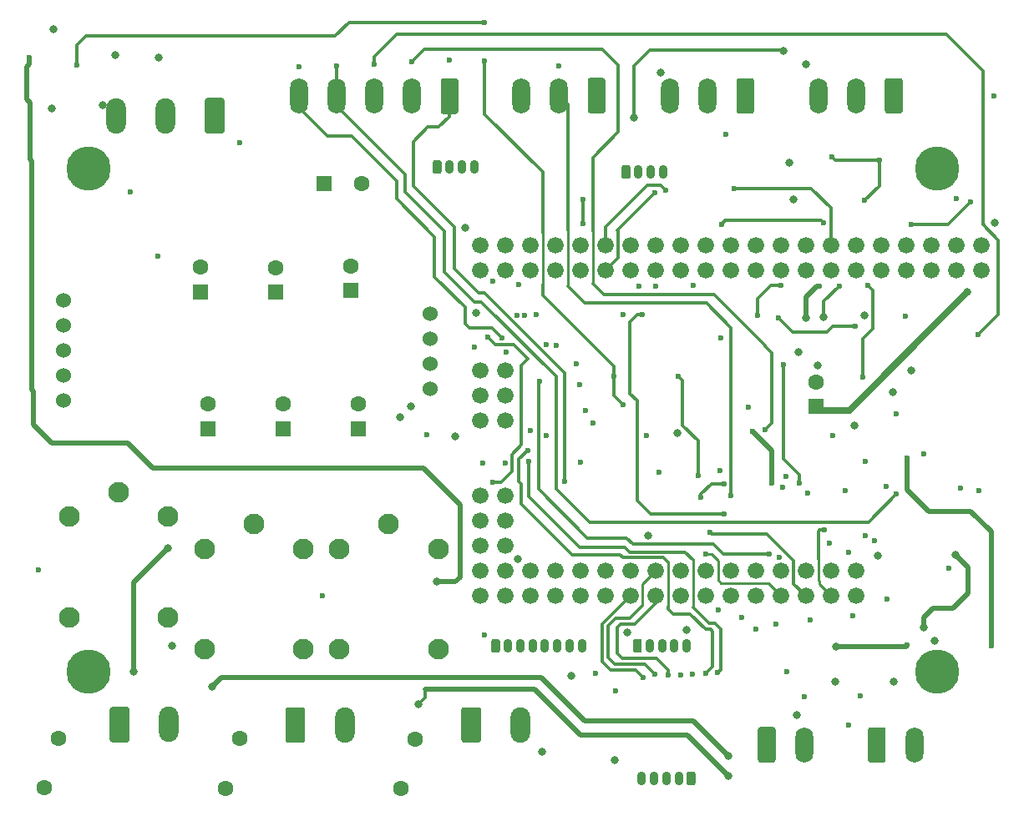
<source format=gbr>
%TF.GenerationSoftware,KiCad,Pcbnew,(5.1.9)-1*%
%TF.CreationDate,2021-04-23T08:11:54+03:00*%
%TF.ProjectId,Car_bs_controller_nex_mega,4361725f-6273-45f6-936f-6e74726f6c6c,rev?*%
%TF.SameCoordinates,Original*%
%TF.FileFunction,Copper,L2,Inr*%
%TF.FilePolarity,Positive*%
%FSLAX46Y46*%
G04 Gerber Fmt 4.6, Leading zero omitted, Abs format (unit mm)*
G04 Created by KiCad (PCBNEW (5.1.9)-1) date 2021-04-23 08:11:54*
%MOMM*%
%LPD*%
G01*
G04 APERTURE LIST*
%TA.AperFunction,ComponentPad*%
%ADD10C,1.600000*%
%TD*%
%TA.AperFunction,ComponentPad*%
%ADD11R,1.600000X1.600000*%
%TD*%
%TA.AperFunction,ComponentPad*%
%ADD12C,2.100000*%
%TD*%
%TA.AperFunction,ComponentPad*%
%ADD13C,1.524000*%
%TD*%
%TA.AperFunction,ComponentPad*%
%ADD14O,0.900000X1.400000*%
%TD*%
%TA.AperFunction,ComponentPad*%
%ADD15C,1.676400*%
%TD*%
%TA.AperFunction,ComponentPad*%
%ADD16O,2.000000X3.600000*%
%TD*%
%TA.AperFunction,ComponentPad*%
%ADD17O,1.800000X3.600000*%
%TD*%
%TA.AperFunction,ViaPad*%
%ADD18C,0.600000*%
%TD*%
%TA.AperFunction,ViaPad*%
%ADD19C,4.500000*%
%TD*%
%TA.AperFunction,ViaPad*%
%ADD20C,0.800000*%
%TD*%
%TA.AperFunction,Conductor*%
%ADD21C,0.500000*%
%TD*%
%TA.AperFunction,Conductor*%
%ADD22C,0.350000*%
%TD*%
%TA.AperFunction,Conductor*%
%ADD23C,0.250000*%
%TD*%
%TA.AperFunction,Conductor*%
%ADD24C,0.700000*%
%TD*%
G04 APERTURE END LIST*
D10*
%TO.N,GND*%
%TO.C,C20*%
X138404600Y-81584800D03*
D11*
%TO.N,+5v_FROM_MCU*%
X138404600Y-84084800D03*
%TD*%
D10*
%TO.N,GND*%
%TO.C,C13*%
X75946000Y-69953500D03*
D11*
%TO.N,7.2V_stab*%
X75946000Y-72453500D03*
%TD*%
D10*
%TO.N,GND*%
%TO.C,C11*%
X91186000Y-69839200D03*
D11*
%TO.N,7.2V_stab*%
X91186000Y-72339200D03*
%TD*%
D10*
%TO.N,GND*%
%TO.C,C12*%
X83616800Y-69991600D03*
D11*
%TO.N,7.2V_stab*%
X83616800Y-72491600D03*
%TD*%
D10*
%TO.N,GND*%
%TO.C,C9*%
X76708000Y-83860000D03*
D11*
%TO.N,5V_sensors_stab*%
X76708000Y-86360000D03*
%TD*%
D10*
%TO.N,GND*%
%TO.C,C8*%
X84328000Y-83860000D03*
D11*
%TO.N,5V_sensors_stab*%
X84328000Y-86360000D03*
%TD*%
D10*
%TO.N,GND*%
%TO.C,C7*%
X91948000Y-83860000D03*
D11*
%TO.N,5V_sensors_stab*%
X91948000Y-86360000D03*
%TD*%
D12*
%TO.N,PUMP_RELAY_COM*%
%TO.C,REL3*%
X67691000Y-92773500D03*
%TO.N,+12V*%
X72691000Y-95273500D03*
%TO.N,Net-(R46-Pad1)*%
X62691000Y-95273500D03*
%TO.N,N/C*%
X72691000Y-105473500D03*
%TO.N,PUMP_RELAY_NO*%
X62691000Y-105473500D03*
%TD*%
%TO.N,CONVERTER_RELAY_COM*%
%TO.C,REL2*%
X95076000Y-96052000D03*
%TO.N,+12V*%
X100076000Y-98552000D03*
%TO.N,Net-(R48-Pad1)*%
X90076000Y-98552000D03*
%TO.N,N/C*%
X100076000Y-108752000D03*
%TO.N,CONVERTER_RELAY_NO*%
X90076000Y-108752000D03*
%TD*%
%TO.N,LIGHT_RELAY_COM*%
%TO.C,REL1*%
X81423500Y-96012000D03*
%TO.N,+12V*%
X86423500Y-98512000D03*
%TO.N,Net-(R47-Pad1)*%
X76423500Y-98512000D03*
%TO.N,N/C*%
X86423500Y-108712000D03*
%TO.N,LIGHT_RELAY_NO*%
X76423500Y-108712000D03*
%TD*%
D13*
%TO.N,GND*%
%TO.C,D8*%
X62133600Y-73324900D03*
%TO.N,Net-(C2-Pad1)*%
X62133600Y-75864900D03*
X62133600Y-78404900D03*
%TO.N,Net-(C4-Pad1)*%
X62133600Y-80944900D03*
%TO.N,Net-(C5-Pad1)*%
X62133600Y-83484900D03*
%TO.N,7.2V_stab*%
X99268400Y-74671100D03*
%TO.N,GND*%
X99268400Y-77211100D03*
X99268400Y-79751100D03*
%TO.N,5V_sensors_stab*%
X99268400Y-82291100D03*
%TD*%
D14*
%TO.N,GND*%
%TO.C,J12*%
X122876000Y-60299600D03*
%TO.N,MCU_I2C_SCL*%
X121626000Y-60299600D03*
%TO.N,MCU_I2C_SDA*%
X120376000Y-60299600D03*
%TO.N,Net-(F4-Pad1)*%
%TA.AperFunction,ComponentPad*%
G36*
G01*
X118676000Y-60774600D02*
X118676000Y-59824600D01*
G75*
G02*
X118901000Y-59599600I225000J0D01*
G01*
X119351000Y-59599600D01*
G75*
G02*
X119576000Y-59824600I0J-225000D01*
G01*
X119576000Y-60774600D01*
G75*
G02*
X119351000Y-60999600I-225000J0D01*
G01*
X118901000Y-60999600D01*
G75*
G02*
X118676000Y-60774600I0J225000D01*
G01*
G37*
%TD.AperFunction*%
%TD*%
%TO.N,Socket_spare_out_+12v*%
%TO.C,J8*%
X120710000Y-121839000D03*
%TO.N,Socket_spare_out_4*%
X121960000Y-121839000D03*
%TO.N,Socket_spare_out_3*%
X123210000Y-121839000D03*
%TO.N,Socket_spare_out_2*%
X124460000Y-121839000D03*
%TO.N,Socket_spare_out_1*%
%TA.AperFunction,ComponentPad*%
G36*
G01*
X126160000Y-121364000D02*
X126160000Y-122314000D01*
G75*
G02*
X125935000Y-122539000I-225000J0D01*
G01*
X125485000Y-122539000D01*
G75*
G02*
X125260000Y-122314000I0J225000D01*
G01*
X125260000Y-121364000D01*
G75*
G02*
X125485000Y-121139000I225000J0D01*
G01*
X125935000Y-121139000D01*
G75*
G02*
X126160000Y-121364000I0J-225000D01*
G01*
G37*
%TD.AperFunction*%
%TD*%
D15*
%TO.N,N/C*%
%TO.C,U1*%
X155126000Y-70292000D03*
%TO.N,7.2V_stab*%
X155126000Y-67752000D03*
%TO.N,GND*%
X152586000Y-70292000D03*
X152586000Y-67752000D03*
%TO.N,+5v_FROM_MCU*%
X150046000Y-67752000D03*
%TO.N,N/C*%
X150046000Y-70292000D03*
%TO.N,+3v3_from_MCU*%
X147506000Y-70292000D03*
X147506000Y-67752000D03*
%TO.N,MCU_rst*%
X144966000Y-67752000D03*
%TO.N,MCU_Uref_2.5v*%
X144966000Y-70292000D03*
%TO.N,N/C*%
X142426000Y-70292000D03*
X142426000Y-67752000D03*
%TO.N,MCU_pjon_bus_PIN*%
X139886000Y-67752000D03*
%TO.N,MCU_water_flow_sensor*%
X137346000Y-67752000D03*
%TO.N,MCU_5V_sensors_enable*%
X134806000Y-67752000D03*
%TO.N,MCU_main_supply_enable*%
X132266000Y-67752000D03*
%TO.N,N/C*%
X129726000Y-67752000D03*
%TO.N,MCU_system_status_LED*%
X127186000Y-67752000D03*
%TO.N,N/C*%
X124646000Y-67752000D03*
%TO.N,MCU_UART2_RX*%
X122106000Y-67752000D03*
%TO.N,MCU_UART1_RX*%
X119566000Y-67752000D03*
%TO.N,MCU_I2C_SCL*%
X117026000Y-67752000D03*
%TO.N,MCU_buzzer_out*%
X139886000Y-70292000D03*
%TO.N,MCU_one_wire_PIN*%
X137346000Y-70292000D03*
%TO.N,MCU_rs485_de*%
X134806000Y-70292000D03*
%TO.N,MCU_wdt_reset_to_ADM705*%
X132266000Y-70292000D03*
%TO.N,MCU_button_on_board*%
X129726000Y-70292000D03*
%TO.N,N/C*%
X127186000Y-70292000D03*
X124646000Y-70292000D03*
%TO.N,MCU_UART2_TX*%
X122106000Y-70292000D03*
%TO.N,MCU_UART1_TX*%
X119566000Y-70292000D03*
%TO.N,MCU_I2C_SDA*%
X117026000Y-70292000D03*
%TO.N,MCU_light_out*%
X114486000Y-67752000D03*
%TO.N,N/C*%
X111946000Y-67752000D03*
X109406000Y-67752000D03*
X106866000Y-67752000D03*
%TO.N,MCU_spare_out_1*%
X104326000Y-67752000D03*
%TO.N,N/C*%
X104326000Y-70292000D03*
X106866000Y-70292000D03*
X109406000Y-70292000D03*
%TO.N,MCU_converter_out*%
X111946000Y-70292000D03*
%TO.N,MCU_water_pump_out*%
X114486000Y-70292000D03*
%TO.N,MCU_proximity_input*%
X142426000Y-100772000D03*
%TO.N,MCU_door_switch_input*%
X142426000Y-103312000D03*
%TO.N,MCU_ignition_switch_input*%
X139886000Y-103312000D03*
%TO.N,MCU_low_washer_water_level_input*%
X139886000Y-100772000D03*
%TO.N,MCU_sensors_voltage_test_input*%
X137346000Y-100772000D03*
%TO.N,MCU_supply_voltage_input*%
X137346000Y-103312000D03*
%TO.N,MCU_resistive_sensor_0_190*%
X134806000Y-103312000D03*
%TO.N,N/C*%
X134806000Y-100772000D03*
X132266000Y-103312000D03*
X132266000Y-100772000D03*
X129726000Y-103312000D03*
X129726000Y-100772000D03*
X127186000Y-103312000D03*
X127186000Y-100772000D03*
X124646000Y-103312000D03*
X124646000Y-100772000D03*
%TO.N,MCU_spare_out_2*%
X122106000Y-103312000D03*
%TO.N,MCU_spare_out_3*%
X122106000Y-100772000D03*
%TO.N,MCU_spare_out_4*%
X119566000Y-103312000D03*
%TO.N,MCU_encoder_SW*%
X119566000Y-100772000D03*
%TO.N,MCU_encoder_DT*%
X117026000Y-103312000D03*
%TO.N,MCU_encoder_CLK*%
X117026000Y-100772000D03*
%TO.N,N/C*%
X114486000Y-103312000D03*
X114486000Y-100772000D03*
X111946000Y-103312000D03*
%TO.N,MCU_power_OK_from_ADM705*%
X111946000Y-100772000D03*
%TO.N,MCU_spare_input_1*%
X109406000Y-103312000D03*
%TO.N,LCD_RST*%
X109406000Y-100772000D03*
%TO.N,LCD_BLA*%
X106866000Y-103312000D03*
%TO.N,N/C*%
X106866000Y-100772000D03*
X104326000Y-103312000D03*
X104326000Y-100772000D03*
X104326000Y-98232000D03*
X106866000Y-98232000D03*
%TO.N,LCD_RW_MCU_MOSI*%
X106866000Y-95692000D03*
%TO.N,N/C*%
X104326000Y-95692000D03*
%TO.N,LCD_E_MCU_SCLK*%
X104326000Y-93152000D03*
%TO.N,LCD_DI_MCU_CS*%
X106866000Y-93152000D03*
%TO.N,N/C*%
X106866000Y-80452000D03*
%TO.N,GND*%
X104326000Y-80452000D03*
%TO.N,N/C*%
X106866000Y-82992000D03*
X106866000Y-85532000D03*
X104326000Y-85532000D03*
X104326000Y-82992000D03*
%TD*%
D10*
%TO.N,PUMP_RELAY_NO*%
%TO.C,RV4*%
X61634500Y-117745500D03*
%TO.N,PUMP_RELAY_COM*%
X60134500Y-122745500D03*
%TD*%
%TO.N,CONVERTER_RELAY_NO*%
%TO.C,RV3*%
X97766000Y-117872500D03*
%TO.N,CONVERTER_RELAY_COM*%
X96266000Y-122872500D03*
%TD*%
%TO.N,LIGHT_RELAY_NO*%
%TO.C,RV2*%
X79986000Y-117809000D03*
%TO.N,LIGHT_RELAY_COM*%
X78486000Y-122809000D03*
%TD*%
D16*
%TO.N,CONVERTER_RELAY_COM*%
%TO.C,J15*%
X108439000Y-116398000D03*
%TO.N,CONVERTER_RELAY_NO*%
%TA.AperFunction,ComponentPad*%
G36*
G01*
X102439000Y-117948000D02*
X102439000Y-114848000D01*
G75*
G02*
X102689000Y-114598000I250000J0D01*
G01*
X104189000Y-114598000D01*
G75*
G02*
X104439000Y-114848000I0J-250000D01*
G01*
X104439000Y-117948000D01*
G75*
G02*
X104189000Y-118198000I-250000J0D01*
G01*
X102689000Y-118198000D01*
G75*
G02*
X102439000Y-117948000I0J250000D01*
G01*
G37*
%TD.AperFunction*%
%TD*%
%TO.N,LIGHT_RELAY_COM*%
%TO.C,J14*%
X90598000Y-116408000D03*
%TO.N,LIGHT_RELAY_NO*%
%TA.AperFunction,ComponentPad*%
G36*
G01*
X84598000Y-117958000D02*
X84598000Y-114858000D01*
G75*
G02*
X84848000Y-114608000I250000J0D01*
G01*
X86348000Y-114608000D01*
G75*
G02*
X86598000Y-114858000I0J-250000D01*
G01*
X86598000Y-117958000D01*
G75*
G02*
X86348000Y-118208000I-250000J0D01*
G01*
X84848000Y-118208000D01*
G75*
G02*
X84598000Y-117958000I0J250000D01*
G01*
G37*
%TD.AperFunction*%
%TD*%
%TO.N,PUMP_RELAY_COM*%
%TO.C,J13*%
X72787500Y-116373000D03*
%TO.N,PUMP_RELAY_NO*%
%TA.AperFunction,ComponentPad*%
G36*
G01*
X66787500Y-117923000D02*
X66787500Y-114823000D01*
G75*
G02*
X67037500Y-114573000I250000J0D01*
G01*
X68537500Y-114573000D01*
G75*
G02*
X68787500Y-114823000I0J-250000D01*
G01*
X68787500Y-117923000D01*
G75*
G02*
X68537500Y-118173000I-250000J0D01*
G01*
X67037500Y-118173000D01*
G75*
G02*
X66787500Y-117923000I0J250000D01*
G01*
G37*
%TD.AperFunction*%
%TD*%
D17*
%TO.N,GND*%
%TO.C,J7*%
X138643000Y-52572900D03*
%TO.N,ONE_WARE_INPUT*%
X142453000Y-52572900D03*
%TO.N,Net-(D43-Pad2)*%
%TA.AperFunction,ComponentPad*%
G36*
G01*
X147163000Y-51022900D02*
X147163000Y-54122900D01*
G75*
G02*
X146913000Y-54372900I-250000J0D01*
G01*
X145613000Y-54372900D01*
G75*
G02*
X145363000Y-54122900I0J250000D01*
G01*
X145363000Y-51022900D01*
G75*
G02*
X145613000Y-50772900I250000J0D01*
G01*
X146913000Y-50772900D01*
G75*
G02*
X147163000Y-51022900I0J-250000D01*
G01*
G37*
%TD.AperFunction*%
%TD*%
%TO.N,GND*%
%TO.C,J6*%
X137201000Y-118415000D03*
%TO.N,RESISTIVE_SENSOR_0_190*%
%TA.AperFunction,ComponentPad*%
G36*
G01*
X132491000Y-119965000D02*
X132491000Y-116865000D01*
G75*
G02*
X132741000Y-116615000I250000J0D01*
G01*
X134041000Y-116615000D01*
G75*
G02*
X134291000Y-116865000I0J-250000D01*
G01*
X134291000Y-119965000D01*
G75*
G02*
X134041000Y-120215000I-250000J0D01*
G01*
X132741000Y-120215000D01*
G75*
G02*
X132491000Y-119965000I0J250000D01*
G01*
G37*
%TD.AperFunction*%
%TD*%
%TO.N,RS485_B*%
%TO.C,J5*%
X148361000Y-118440000D03*
%TO.N,RS485_A*%
%TA.AperFunction,ComponentPad*%
G36*
G01*
X143651000Y-119990000D02*
X143651000Y-116890000D01*
G75*
G02*
X143901000Y-116640000I250000J0D01*
G01*
X145201000Y-116640000D01*
G75*
G02*
X145451000Y-116890000I0J-250000D01*
G01*
X145451000Y-119990000D01*
G75*
G02*
X145201000Y-120240000I-250000J0D01*
G01*
X143901000Y-120240000D01*
G75*
G02*
X143651000Y-119990000I0J250000D01*
G01*
G37*
%TD.AperFunction*%
%TD*%
%TO.N,GND*%
%TO.C,J4*%
X123591000Y-52572900D03*
%TO.N,PJON_BUS*%
X127401000Y-52572900D03*
%TO.N,Net-(D41-Pad2)*%
%TA.AperFunction,ComponentPad*%
G36*
G01*
X132111000Y-51022900D02*
X132111000Y-54122900D01*
G75*
G02*
X131861000Y-54372900I-250000J0D01*
G01*
X130561000Y-54372900D01*
G75*
G02*
X130311000Y-54122900I0J250000D01*
G01*
X130311000Y-51022900D01*
G75*
G02*
X130561000Y-50772900I250000J0D01*
G01*
X131861000Y-50772900D01*
G75*
G02*
X132111000Y-51022900I0J-250000D01*
G01*
G37*
%TD.AperFunction*%
%TD*%
%TO.N,GND*%
%TO.C,J3*%
X108514000Y-52547500D03*
%TO.N,PROXIMITY_SENSOR_INPUT*%
X112324000Y-52547500D03*
%TO.N,Net-(D42-Pad2)*%
%TA.AperFunction,ComponentPad*%
G36*
G01*
X117034000Y-50997500D02*
X117034000Y-54097500D01*
G75*
G02*
X116784000Y-54347500I-250000J0D01*
G01*
X115484000Y-54347500D01*
G75*
G02*
X115234000Y-54097500I0J250000D01*
G01*
X115234000Y-50997500D01*
G75*
G02*
X115484000Y-50747500I250000J0D01*
G01*
X116784000Y-50747500D01*
G75*
G02*
X117034000Y-50997500I0J-250000D01*
G01*
G37*
%TD.AperFunction*%
%TD*%
%TO.N,SPARE_INPUT_1*%
%TO.C,J2*%
X85996000Y-52603400D03*
%TO.N,WATER_FLOW_SENSOR_INPUT*%
X89806000Y-52603400D03*
%TO.N,LOW_WASHER_WATER_LEVEL_INPUT*%
X93616000Y-52603400D03*
%TO.N,IGNITION_SWITCH_INPUT*%
X97426000Y-52603400D03*
%TO.N,DOOR_SWITCH_INPUT*%
%TA.AperFunction,ComponentPad*%
G36*
G01*
X102136000Y-51053400D02*
X102136000Y-54153400D01*
G75*
G02*
X101886000Y-54403400I-250000J0D01*
G01*
X100586000Y-54403400D01*
G75*
G02*
X100336000Y-54153400I0J250000D01*
G01*
X100336000Y-51053400D01*
G75*
G02*
X100586000Y-50803400I250000J0D01*
G01*
X101886000Y-50803400D01*
G75*
G02*
X102136000Y-51053400I0J-250000D01*
G01*
G37*
%TD.AperFunction*%
%TD*%
D16*
%TO.N,GND*%
%TO.C,J1*%
X67429400Y-54584600D03*
%TO.N,Power_supply_12V*%
X72429400Y-54584600D03*
%TO.N,Power_enable(ACC\u002CBUTTON)*%
%TA.AperFunction,ComponentPad*%
G36*
G01*
X78429400Y-53034600D02*
X78429400Y-56134600D01*
G75*
G02*
X78179400Y-56384600I-250000J0D01*
G01*
X76679400Y-56384600D01*
G75*
G02*
X76429400Y-56134600I0J250000D01*
G01*
X76429400Y-53034600D01*
G75*
G02*
X76679400Y-52784600I250000J0D01*
G01*
X78179400Y-52784600D01*
G75*
G02*
X78429400Y-53034600I0J-250000D01*
G01*
G37*
%TD.AperFunction*%
%TD*%
D10*
%TO.N,GND*%
%TO.C,C2*%
X92319000Y-61468000D03*
D11*
%TO.N,Net-(C2-Pad1)*%
X88519000Y-61468000D03*
%TD*%
D14*
%TO.N,Net-(J9-Pad8)*%
%TO.C,J9*%
X114658000Y-108392000D03*
%TO.N,LCD_RST*%
X113408000Y-108392000D03*
%TO.N,LCD_E_MCU_SCLK*%
X112158000Y-108392000D03*
%TO.N,LCD_RW_MCU_MOSI*%
X110908000Y-108392000D03*
%TO.N,LCD_DI_MCU_CS*%
X109658000Y-108392000D03*
%TO.N,Net-(J9-Pad3)*%
X108408000Y-108392000D03*
%TO.N,Net-(F3-Pad1)*%
X107158000Y-108392000D03*
%TO.N,GND*%
%TA.AperFunction,ComponentPad*%
G36*
G01*
X105458000Y-108867000D02*
X105458000Y-107917000D01*
G75*
G02*
X105683000Y-107692000I225000J0D01*
G01*
X106133000Y-107692000D01*
G75*
G02*
X106358000Y-107917000I0J-225000D01*
G01*
X106358000Y-108867000D01*
G75*
G02*
X106133000Y-109092000I-225000J0D01*
G01*
X105683000Y-109092000D01*
G75*
G02*
X105458000Y-108867000I0J225000D01*
G01*
G37*
%TD.AperFunction*%
%TD*%
%TO.N,MCU_encoder_CLK*%
%TO.C,J10*%
X125274000Y-108372000D03*
%TO.N,MCU_encoder_DT*%
X124024000Y-108372000D03*
%TO.N,MCU_encoder_SW*%
X122774000Y-108372000D03*
%TO.N,Net-(F3-Pad1)*%
X121524000Y-108372000D03*
%TO.N,GND*%
%TA.AperFunction,ComponentPad*%
G36*
G01*
X119824000Y-108847000D02*
X119824000Y-107897000D01*
G75*
G02*
X120049000Y-107672000I225000J0D01*
G01*
X120499000Y-107672000D01*
G75*
G02*
X120724000Y-107897000I0J-225000D01*
G01*
X120724000Y-108847000D01*
G75*
G02*
X120499000Y-109072000I-225000J0D01*
G01*
X120049000Y-109072000D01*
G75*
G02*
X119824000Y-108847000I0J225000D01*
G01*
G37*
%TD.AperFunction*%
%TD*%
%TO.N,GND*%
%TO.C,J11*%
X103733600Y-59791600D03*
%TO.N,MCU_UART1_TX*%
X102483600Y-59791600D03*
%TO.N,MCU_UART1_RX*%
X101233600Y-59791600D03*
%TO.N,Net-(J11-Pad1)*%
%TA.AperFunction,ComponentPad*%
G36*
G01*
X99533600Y-60266600D02*
X99533600Y-59316600D01*
G75*
G02*
X99758600Y-59091600I225000J0D01*
G01*
X100208600Y-59091600D01*
G75*
G02*
X100433600Y-59316600I0J-225000D01*
G01*
X100433600Y-60266600D01*
G75*
G02*
X100208600Y-60491600I-225000J0D01*
G01*
X99758600Y-60491600D01*
G75*
G02*
X99533600Y-60266600I0J225000D01*
G01*
G37*
%TD.AperFunction*%
%TD*%
D18*
%TO.N,GND*%
X131526280Y-84132420D03*
D19*
X150678000Y-59974500D03*
X64678600Y-59954200D03*
D20*
X71755000Y-48641000D03*
X143256000Y-74853800D03*
X124327920Y-86799420D03*
X67322700Y-48468280D03*
D18*
X114066320Y-79781400D03*
X114424460Y-81864200D03*
X111011700Y-87039720D03*
X115763080Y-85786000D03*
X114504460Y-89785200D03*
X128678940Y-90561160D03*
D20*
X138522710Y-79891890D03*
D18*
X144331690Y-97740470D03*
X139704960Y-97962600D03*
X145569940Y-103624380D03*
X151858640Y-100471900D03*
X149299930Y-88924130D03*
D20*
X122664220Y-50241200D03*
X137398760Y-49347120D03*
X121351040Y-97180400D03*
X140299040Y-111989000D03*
D19*
X150693000Y-111008000D03*
X64668400Y-110998000D03*
D20*
X150370540Y-107858560D03*
X136602200Y-78535800D03*
D18*
X152586000Y-62960940D03*
D20*
X113593880Y-111457740D03*
D18*
X104796650Y-107280650D03*
D20*
X119235220Y-107038140D03*
X136436100Y-115379500D03*
X148051520Y-80439260D03*
X66057780Y-53474620D03*
D18*
X156428440Y-52537360D03*
X145492470Y-92175330D03*
X135336280Y-91180920D03*
X128767840Y-77149960D03*
X137577830Y-92863670D03*
%TO.N,5V_sensors_stab*%
X135001000Y-92298520D03*
X98894900Y-86969600D03*
D20*
%TO.N,7.2V_stab*%
X103886000Y-74625200D03*
%TO.N,MCU_water_flow_sensor*%
X144640300Y-99255580D03*
D18*
X138711940Y-71856600D03*
D20*
X137388600Y-75117960D03*
D18*
%TO.N,MCU_spare_input_1*%
X142370810Y-75919330D03*
X134594600Y-75090020D03*
D20*
X108138500Y-99536980D03*
D18*
X104561640Y-89796620D03*
X103748840Y-78051660D03*
X111020860Y-77817980D03*
%TO.N,MCU_ignition_switch_input*%
X143362680Y-89700100D03*
X140098780Y-87020400D03*
X139202160Y-96644460D03*
%TO.N,MCU_door_switch_input*%
X134637780Y-99362260D03*
X129080260Y-91914980D03*
X126715520Y-93342460D03*
%TO.N,MCU_proximity_input*%
X141361160Y-92593160D03*
%TO.N,MCU_low_washer_water_level_input*%
X154866340Y-92641420D03*
D20*
%TO.N,+5v_FROM_MCU*%
X156507180Y-65450720D03*
D18*
X131926330Y-86592410D03*
X122447320Y-90752660D03*
X115011200Y-84493100D03*
X133918960Y-91884500D03*
D20*
X142240000Y-86057740D03*
D18*
X153004600Y-92412740D03*
D20*
X136136380Y-63063120D03*
X135639810Y-59386470D03*
X119918480Y-54772560D03*
X135112760Y-47993300D03*
D18*
X147619720Y-108315760D03*
X147447000Y-74963020D03*
X137817860Y-105760520D03*
X135417560Y-111018320D03*
D20*
X153700480Y-72506840D03*
X149301200Y-106530140D03*
X146289160Y-111989000D03*
X140431520Y-108422440D03*
X152532080Y-99123500D03*
%TO.N,MCU_5V_sensors_enable*%
X96240600Y-85140800D03*
%TO.N,MCU_main_supply_enable*%
X97332800Y-84074000D03*
D18*
%TO.N,Net-(D31-Pad2)*%
X129235200Y-56489600D03*
%TO.N,MCU_supply_voltage_input*%
X127662940Y-96878140D03*
X126405640Y-91074240D03*
X124399040Y-81020920D03*
%TO.N,MCU_resistive_sensor_0_190*%
X127175260Y-99072700D03*
%TO.N,MCU_sensors_voltage_test_input*%
X135082280Y-79822040D03*
X136674860Y-91854020D03*
D20*
%TO.N,Power_supply_12V*%
X61087000Y-45783500D03*
%TO.N,Net-(F3-Pad1)*%
X102849680Y-65928240D03*
X101846380Y-87162640D03*
D18*
X118076980Y-112925860D03*
X116060220Y-111201200D03*
%TO.N,SPARE_INPUT_1*%
X85996000Y-49601900D03*
X106532680Y-77134720D03*
%TO.N,WATER_FLOW_SENSOR_INPUT*%
X89806000Y-49491120D03*
X146491960Y-93004640D03*
%TO.N,LOW_WASHER_WATER_LEVEL_INPUT*%
X93616000Y-49323480D03*
X154835860Y-76761340D03*
%TO.N,IGNITION_SWITCH_INPUT*%
X97426000Y-49087260D03*
X133228080Y-86438740D03*
%TO.N,DOOR_SWITCH_INPUT*%
X112936020Y-91691460D03*
X101236000Y-48945020D03*
%TO.N,PROXIMITY_SENSOR_INPUT*%
X112324000Y-49545360D03*
X129788920Y-93146880D03*
D20*
%TO.N,MCU_encoder_CLK*%
X125265180Y-106756200D03*
D18*
%TO.N,MCU_UART1_TX*%
X114752120Y-63096140D03*
X114752120Y-65542160D03*
%TO.N,MCU_pjon_bus_PIN*%
X130055620Y-61976000D03*
%TO.N,MCU_one_wire_PIN*%
X140022580Y-58762900D03*
X144820640Y-59057540D03*
X143332200Y-63185040D03*
D20*
%TO.N,MCU_wdt_reset_to_ADM705*%
X146156680Y-82605880D03*
D18*
%TO.N,MCU_power_OK_from_ADM705*%
X143421100Y-97218500D03*
X146519900Y-84861400D03*
%TO.N,MCU_system_status_LED*%
X125933200Y-71795640D03*
X59598560Y-100700840D03*
X109400340Y-86570820D03*
X112064800Y-77917040D03*
%TO.N,MCU_rs485_de*%
X134806000Y-71792520D03*
X141673580Y-98884740D03*
X132450840Y-74825860D03*
%TO.N,MCU_UART2_RX*%
X120422670Y-71845170D03*
X118849140Y-74754740D03*
X109994700Y-74754740D03*
X110329980Y-81554320D03*
X133619240Y-99060000D03*
X134332980Y-106138980D03*
X137167620Y-113545620D03*
%TO.N,MCU_UART2_TX*%
X122106000Y-71874960D03*
X120794780Y-74747120D03*
X129070100Y-94980760D03*
X128457960Y-104772460D03*
X142090140Y-105349040D03*
X132323840Y-106690160D03*
D20*
%TO.N,MCU_buzzer_out*%
X139166600Y-74985880D03*
D18*
X140718540Y-71843900D03*
%TO.N,MCU_button_on_board*%
X128790700Y-65598040D03*
X139110720Y-65488820D03*
X148038820Y-65628520D03*
X154017980Y-63334900D03*
%TO.N,MCU_spare_out_4*%
X120837960Y-111592360D03*
%TO.N,MCU_spare_out_3*%
X122077480Y-111252000D03*
%TO.N,MCU_spare_out_2*%
X123380500Y-111295180D03*
%TO.N,MCU_water_pump_out*%
X108849160Y-74858880D03*
X109260640Y-89646760D03*
X128435100Y-111081820D03*
%TO.N,MCU_converter_out*%
X108229400Y-71686420D03*
X106974640Y-78587600D03*
X106850180Y-89870280D03*
X125834140Y-111226600D03*
%TO.N,MCU_spare_out_1*%
X105597960Y-71394320D03*
X105143300Y-77086460D03*
X105585260Y-91752420D03*
X124640340Y-111318040D03*
%TO.N,MCU_light_out*%
X108041440Y-74843640D03*
X109169200Y-88524080D03*
X127233680Y-111147860D03*
%TO.N,MCU_rst*%
X143144240Y-81114900D03*
X143634460Y-71782940D03*
D20*
%TO.N,+12V*%
X60904100Y-53840400D03*
X72691000Y-98494840D03*
X69227700Y-110990380D03*
X117985040Y-119982480D03*
X110586520Y-119115840D03*
D18*
%TO.N,MCU_I2C_SCL*%
X123172220Y-62115700D03*
%TO.N,MCU_I2C_SDA*%
X122021600Y-62384940D03*
%TO.N,Net-(D3-Pad1)*%
X71691500Y-68834000D03*
X68834000Y-62293500D03*
X79946500Y-57340500D03*
%TO.N,Net-(C23-Pad1)*%
X156128720Y-108404660D03*
X147647660Y-89334340D03*
D20*
X99959160Y-101894640D03*
D18*
X58618120Y-48694340D03*
%TO.N,Net-(C30-Pad1)*%
X63468250Y-49444910D03*
X104810560Y-45092620D03*
X104810560Y-49016920D03*
X117889020Y-81018380D03*
X118821200Y-83873340D03*
%TO.N,Net-(C32-Pad1)*%
X130848100Y-105496360D03*
X121221500Y-87020400D03*
%TO.N,Net-(R39-Pad1)*%
X141671040Y-116405660D03*
%TO.N,Net-(R42-Pad2)*%
X142906750Y-113432590D03*
D20*
%TO.N,Net-(R46-Pad1)*%
X129522220Y-119567960D03*
X77139800Y-112524540D03*
X73070720Y-108348780D03*
%TO.N,Net-(R47-Pad1)*%
X129484120Y-121539000D03*
X98087180Y-114320320D03*
D18*
X88338660Y-103322120D03*
%TD*%
D21*
%TO.N,MCU_water_flow_sensor*%
X137388600Y-75117960D02*
X137388600Y-72974200D01*
X138506200Y-71856600D02*
X138711940Y-71856600D01*
X137388600Y-72974200D02*
X138506200Y-71856600D01*
D22*
%TO.N,MCU_spare_input_1*%
X142370810Y-75919330D02*
X140102590Y-75919330D01*
X140102590Y-75919330D02*
X139504420Y-76517500D01*
X139504420Y-76517500D02*
X136022080Y-76517500D01*
X136022080Y-76517500D02*
X134594600Y-75090020D01*
X134594600Y-75090020D02*
X134594600Y-75090020D01*
D23*
%TO.N,MCU_ignition_switch_input*%
X138722799Y-102148799D02*
X138722799Y-101834379D01*
X139886000Y-103312000D02*
X138722799Y-102148799D01*
X138722799Y-101834379D02*
X138607800Y-101719380D01*
X138607800Y-101719380D02*
X138607800Y-99540060D01*
D22*
X138607800Y-99540060D02*
X138607800Y-96779080D01*
X138607800Y-96779080D02*
X138742420Y-96644460D01*
X138742420Y-96644460D02*
X139202160Y-96644460D01*
X139202160Y-96644460D02*
X139202160Y-96644460D01*
%TO.N,MCU_door_switch_input*%
X129080260Y-91914980D02*
X127777240Y-91914980D01*
X127777240Y-91914980D02*
X126720600Y-92971620D01*
X126720600Y-93337380D02*
X126715520Y-93342460D01*
X126720600Y-92971620D02*
X126720600Y-93337380D01*
D21*
%TO.N,+5v_FROM_MCU*%
X131926330Y-86592410D02*
X133918960Y-88585040D01*
X133918960Y-88585040D02*
X133918960Y-91884500D01*
X133918960Y-91884500D02*
X133918960Y-91884500D01*
D22*
X119918480Y-54772560D02*
X119918480Y-49517300D01*
X119918480Y-49517300D02*
X121554240Y-47881540D01*
X121554240Y-47881540D02*
X135001000Y-47881540D01*
X135001000Y-47881540D02*
X135112760Y-47993300D01*
X135112760Y-47993300D02*
X135133080Y-48013620D01*
D24*
X138795120Y-84475320D02*
X138404600Y-84084800D01*
X141732000Y-84475320D02*
X138795120Y-84475320D01*
X153700480Y-72506840D02*
X151884380Y-74322940D01*
X151884380Y-74322940D02*
X141732000Y-84475320D01*
D21*
X147513040Y-108422440D02*
X147619720Y-108315760D01*
X140431520Y-108422440D02*
X147513040Y-108422440D01*
X152532080Y-99123500D02*
X153797000Y-100388420D01*
X153797000Y-100388420D02*
X153797000Y-103019860D01*
X153797000Y-103019860D02*
X152265380Y-104551480D01*
X152265380Y-104551480D02*
X150210520Y-104551480D01*
X149301200Y-105460800D02*
X149301200Y-106530140D01*
X150210520Y-104551480D02*
X149301200Y-105460800D01*
D22*
%TO.N,MCU_supply_voltage_input*%
X137346000Y-103312000D02*
X136118600Y-102084600D01*
X136118600Y-102084600D02*
X136118600Y-99735640D01*
X136118600Y-99735640D02*
X133416040Y-97033080D01*
X133416040Y-97033080D02*
X127817880Y-97033080D01*
X127817880Y-97033080D02*
X127662940Y-96878140D01*
X127662940Y-96878140D02*
X127662940Y-96878140D01*
X126405640Y-87582138D02*
X124856240Y-86032738D01*
X126405640Y-91074240D02*
X126405640Y-87582138D01*
X124856240Y-86032738D02*
X124856240Y-81478120D01*
X124856240Y-81478120D02*
X124399040Y-81020920D01*
X124399040Y-81020920D02*
X124399040Y-81020920D01*
D23*
%TO.N,MCU_resistive_sensor_0_190*%
X134806000Y-103312000D02*
X133525800Y-102031800D01*
X133525800Y-102031800D02*
X131376420Y-102031800D01*
X131376420Y-102031800D02*
X129898140Y-102031800D01*
X129898140Y-102031800D02*
X128767840Y-102031800D01*
X128767840Y-102031800D02*
X128445260Y-101709220D01*
X128445260Y-101709220D02*
X128445260Y-99740720D01*
X128445260Y-99740720D02*
X127777240Y-99072700D01*
X127777240Y-99072700D02*
X127175260Y-99072700D01*
X127175260Y-99072700D02*
X127175260Y-99072700D01*
D22*
%TO.N,MCU_sensors_voltage_test_input*%
X135082280Y-89405568D02*
X136674860Y-90998148D01*
X135082280Y-79822040D02*
X135082280Y-89405568D01*
X136674860Y-90998148D02*
X136674860Y-91854020D01*
X136674860Y-91854020D02*
X136674860Y-91854020D01*
%TO.N,SPARE_INPUT_1*%
X85996000Y-52603400D02*
X85996000Y-53748160D01*
X85996000Y-53748160D02*
X88889840Y-56642000D01*
X88889840Y-56642000D02*
X91330780Y-56642000D01*
X91330780Y-56642000D02*
X95867220Y-61178440D01*
X95867220Y-61178440D02*
X95867220Y-63025020D01*
X95867220Y-63025020D02*
X99705160Y-66862960D01*
X99705160Y-66862960D02*
X99705160Y-70914260D01*
X99705160Y-70914260D02*
X102791260Y-74000360D01*
X102791260Y-74000360D02*
X102791260Y-75661520D01*
X102791260Y-75661520D02*
X103233220Y-76103480D01*
X103233220Y-76103480D02*
X105501440Y-76103480D01*
X105501440Y-76103480D02*
X106532680Y-77134720D01*
X106532680Y-77134720D02*
X106532680Y-77134720D01*
%TO.N,WATER_FLOW_SENSOR_INPUT*%
X89806000Y-49491120D02*
X89806000Y-53628780D01*
X89806000Y-53628780D02*
X96738440Y-60561220D01*
X96738440Y-60561220D02*
X96738440Y-62316360D01*
X96738440Y-62316360D02*
X100731320Y-66309240D01*
X100731320Y-66309240D02*
X100731320Y-70426580D01*
X100731320Y-70426580D02*
X103761540Y-73456800D01*
X103761540Y-73456800D02*
X104429560Y-73456800D01*
X104429560Y-73456800D02*
X112034320Y-81061560D01*
X112034320Y-81061560D02*
X112034320Y-92428060D01*
X112034320Y-92428060D02*
X115409980Y-95803720D01*
X115409980Y-95803720D02*
X143692880Y-95803720D01*
X143692880Y-95803720D02*
X146491960Y-93004640D01*
X146491960Y-93004640D02*
X146491960Y-93004640D01*
%TO.N,LOW_WASHER_WATER_LEVEL_INPUT*%
X93616000Y-49323480D02*
X93616000Y-48573200D01*
X93616000Y-48573200D02*
X95918020Y-46271180D01*
X95918020Y-46271180D02*
X151602440Y-46271180D01*
X151602440Y-46271180D02*
X155356560Y-50025300D01*
X155356560Y-65595102D02*
X155369260Y-65607802D01*
X155356560Y-50025300D02*
X155356560Y-65595102D01*
X155369260Y-65607802D02*
X155369260Y-65717420D01*
X155369260Y-65717420D02*
X156857700Y-67205860D01*
X156857700Y-67205860D02*
X156857700Y-74739500D01*
X156857700Y-74739500D02*
X154835860Y-76761340D01*
X154835860Y-76761340D02*
X154835860Y-76761340D01*
%TO.N,IGNITION_SWITCH_INPUT*%
X133228080Y-77934820D02*
X128023620Y-72730360D01*
X128023620Y-72730360D02*
X116875560Y-72730360D01*
X116875560Y-72730360D02*
X115788440Y-71643240D01*
D23*
X115788440Y-71643240D02*
X115785900Y-71643240D01*
X115785900Y-71643240D02*
X115750340Y-71607680D01*
X115750340Y-71607680D02*
X115750340Y-68478400D01*
X115750340Y-68478400D02*
X115760500Y-68468240D01*
X115760500Y-68468240D02*
X115760500Y-66309240D01*
D22*
X115760500Y-66309240D02*
X115760500Y-58831480D01*
X115760500Y-58831480D02*
X118336060Y-56255920D01*
X118336060Y-56255920D02*
X118336060Y-49456340D01*
X118336060Y-49456340D02*
X116713000Y-47833280D01*
X98679980Y-47833280D02*
X97426000Y-49087260D01*
X116713000Y-47833280D02*
X98679980Y-47833280D01*
X133228080Y-77934820D02*
X133228080Y-78000860D01*
X133228080Y-78000860D02*
X133903720Y-78676500D01*
X133903720Y-85763100D02*
X133228080Y-86438740D01*
X133903720Y-78676500D02*
X133903720Y-85763100D01*
%TO.N,DOOR_SWITCH_INPUT*%
X112936020Y-91691460D02*
X112936020Y-80718660D01*
X112936020Y-80718660D02*
X104802940Y-72585580D01*
X104802940Y-72585580D02*
X104218740Y-72585580D01*
X104218740Y-72585580D02*
X101732080Y-70098920D01*
X101732080Y-70098920D02*
X101732080Y-65902840D01*
X101732080Y-65902840D02*
X97563940Y-61734700D01*
X97563940Y-61734700D02*
X97563940Y-57200800D01*
X97563940Y-57200800D02*
X99014280Y-55750460D01*
X99014280Y-55750460D02*
X100144580Y-55750460D01*
X101236000Y-54659040D02*
X101236000Y-52603400D01*
X100144580Y-55750460D02*
X101236000Y-54659040D01*
%TO.N,PROXIMITY_SENSOR_INPUT*%
X129788920Y-93146880D02*
X129788920Y-76098400D01*
X129788920Y-76098400D02*
X127259080Y-73568560D01*
X127259080Y-73568560D02*
X114965480Y-73568560D01*
X114965480Y-73568560D02*
X113263680Y-71866760D01*
D23*
X113263680Y-71866760D02*
X113263680Y-71249540D01*
X113263680Y-71249540D02*
X113215420Y-71201280D01*
X113215420Y-71201280D02*
X113215420Y-66235580D01*
D22*
X113215420Y-53438920D02*
X112324000Y-52547500D01*
X113215420Y-66235580D02*
X113215420Y-53438920D01*
%TO.N,MCU_UART1_TX*%
X114752120Y-63096140D02*
X114752120Y-65542160D01*
X114752120Y-65542160D02*
X114752120Y-65542160D01*
%TO.N,MCU_pjon_bus_PIN*%
X130055620Y-61976000D02*
X137914380Y-61976000D01*
X139886000Y-63947620D02*
X139886000Y-67752000D01*
X137914380Y-61976000D02*
X139886000Y-63947620D01*
%TO.N,MCU_one_wire_PIN*%
X144820640Y-59057540D02*
X144820640Y-61696600D01*
X144820640Y-61696600D02*
X143332200Y-63185040D01*
X143332200Y-63185040D02*
X143245840Y-63271400D01*
X140317220Y-59057540D02*
X140022580Y-58762900D01*
X144820640Y-59057540D02*
X140317220Y-59057540D01*
%TO.N,MCU_rs485_de*%
X132450840Y-74825860D02*
X132450840Y-73129140D01*
X133787460Y-71792520D02*
X134806000Y-71792520D01*
X132450840Y-73129140D02*
X133787460Y-71792520D01*
%TO.N,MCU_UART2_RX*%
X110236699Y-81647601D02*
X110236699Y-92428759D01*
X110329980Y-81554320D02*
X110236699Y-81647601D01*
X110236699Y-92428759D02*
X115219480Y-97411540D01*
X115219480Y-97411540D02*
X119166640Y-97411540D01*
X119810501Y-98055401D02*
X127991841Y-98055401D01*
X119166640Y-97411540D02*
X119810501Y-98055401D01*
X127991841Y-98055401D02*
X128996440Y-99060000D01*
X128996440Y-99060000D02*
X133619240Y-99060000D01*
X133619240Y-99060000D02*
X133619240Y-99060000D01*
%TO.N,MCU_UART2_TX*%
X120794780Y-74747120D02*
X120296940Y-74747120D01*
X120296940Y-74747120D02*
X119532400Y-75511660D01*
X119532400Y-75511660D02*
X119532400Y-82791300D01*
X119532400Y-82791300D02*
X120230900Y-83489800D01*
X120230900Y-93609160D02*
X121602500Y-94980760D01*
X120230900Y-83489800D02*
X120230900Y-93609160D01*
X121602500Y-94980760D02*
X129070100Y-94980760D01*
X129070100Y-94980760D02*
X129070100Y-94980760D01*
%TO.N,MCU_buzzer_out*%
X139166600Y-74985880D02*
X139166600Y-73395840D01*
X139166600Y-73395840D02*
X140718540Y-71843900D01*
X140718540Y-71843900D02*
X140718540Y-71843900D01*
%TO.N,MCU_button_on_board*%
X128790700Y-65598040D02*
X129192020Y-65196720D01*
X129192020Y-65196720D02*
X138882120Y-65196720D01*
X138882120Y-65196720D02*
X139110720Y-65425320D01*
X139110720Y-65425320D02*
X139110720Y-65488820D01*
X139110720Y-65488820D02*
X139110720Y-65488820D01*
X148038820Y-65628520D02*
X151724360Y-65628520D01*
X151724360Y-65628520D02*
X154017980Y-63334900D01*
X154017980Y-63334900D02*
X154017980Y-63334900D01*
%TO.N,MCU_spare_out_4*%
X120837960Y-111592360D02*
X120837960Y-111592360D01*
X118689120Y-104188880D02*
X119566000Y-103312000D01*
X118675800Y-104188880D02*
X118689120Y-104188880D01*
X116710460Y-106154220D02*
X118675800Y-104188880D01*
X116710460Y-109999780D02*
X116710460Y-106154220D01*
X117548660Y-110837980D02*
X116710460Y-109999780D01*
X120083580Y-110837980D02*
X117548660Y-110837980D01*
X120837960Y-111592360D02*
X120083580Y-110837980D01*
D23*
%TO.N,MCU_spare_out_3*%
X122106000Y-100772000D02*
X120810020Y-102067980D01*
X120810020Y-102067980D02*
X120810020Y-104327960D01*
D22*
X120810020Y-104327960D02*
X120749060Y-104327960D01*
X120749060Y-104327960D02*
X119494300Y-105582720D01*
X119494300Y-105582720D02*
X118059790Y-105582720D01*
X118059790Y-105582720D02*
X117330220Y-106312290D01*
X117330220Y-106312290D02*
X117330220Y-107259120D01*
X117330220Y-107259120D02*
X117330220Y-109560360D01*
X117330220Y-109560360D02*
X118000780Y-110230920D01*
X118000780Y-110230920D02*
X121056400Y-110230920D01*
X121056400Y-110230920D02*
X122077480Y-111252000D01*
X122077480Y-111252000D02*
X122077480Y-111252000D01*
%TO.N,MCU_spare_out_2*%
X122106000Y-103312000D02*
X122106000Y-104073380D01*
X120016241Y-106163139D02*
X118555741Y-106163139D01*
X122106000Y-104073380D02*
X120016241Y-106163139D01*
X118555741Y-106163139D02*
X118214140Y-106504740D01*
X118214140Y-106504740D02*
X118214140Y-109118400D01*
X118776650Y-109680910D02*
X122210730Y-109680910D01*
X118214140Y-109118400D02*
X118776650Y-109680910D01*
X122210730Y-109680910D02*
X123380500Y-110850680D01*
X123380500Y-110850680D02*
X123380500Y-111295180D01*
X123380500Y-111295180D02*
X123380500Y-111295180D01*
%TO.N,MCU_water_pump_out*%
X109260640Y-89646760D02*
X109260640Y-93202760D01*
X109260640Y-93202760D02*
X114454940Y-98397060D01*
X114454940Y-98397060D02*
X119001540Y-98397060D01*
X119001540Y-98397060D02*
X119463820Y-98859340D01*
X119463820Y-98859340D02*
X125079760Y-98859340D01*
X125079760Y-98859340D02*
X125907800Y-99687380D01*
D23*
X125907800Y-102956360D02*
X125917960Y-102966520D01*
X125907800Y-99687380D02*
X125907800Y-102956360D01*
X125917960Y-102966520D02*
X125917960Y-104437180D01*
D22*
X128719580Y-110378240D02*
X128719580Y-110378240D01*
X128719580Y-106672380D02*
X128719580Y-110797340D01*
X128120140Y-106072940D02*
X128719580Y-106672380D01*
X127541020Y-106072940D02*
X128120140Y-106072940D01*
X128719580Y-110797340D02*
X128435100Y-111081820D01*
X125917960Y-104449880D02*
X127541020Y-106072940D01*
X125917960Y-104437180D02*
X125917960Y-104449880D01*
%TO.N,MCU_spare_out_1*%
X105866561Y-77809721D02*
X107733461Y-77809721D01*
X105143300Y-77086460D02*
X105866561Y-77809721D01*
X107733461Y-77809721D02*
X109207300Y-79283560D01*
X109207300Y-79283560D02*
X108524040Y-79966820D01*
X108524040Y-79966820D02*
X108524040Y-87952580D01*
X107525181Y-88951439D02*
X107525181Y-90671019D01*
X108524040Y-87952580D02*
X107525181Y-88951439D01*
X107525181Y-90671019D02*
X106443780Y-91752420D01*
X106443780Y-91752420D02*
X105585260Y-91752420D01*
X105585260Y-91752420D02*
X105585260Y-91752420D01*
%TO.N,MCU_light_out*%
X109169200Y-88524080D02*
X108275120Y-89418160D01*
X108275120Y-91724480D02*
X108506260Y-91955620D01*
X108275120Y-89418160D02*
X108275120Y-91724480D01*
X108506260Y-91955620D02*
X108506260Y-93949520D01*
X108506260Y-93949520D02*
X113662460Y-99105720D01*
X113662460Y-99105720D02*
X118483380Y-99105720D01*
X118483380Y-99105720D02*
X118816120Y-99438460D01*
X118816120Y-99438460D02*
X122905520Y-99438460D01*
X122905520Y-99438460D02*
X123367800Y-99900740D01*
D23*
X123367800Y-99900740D02*
X123367800Y-104345740D01*
X123398280Y-104376220D02*
X123367800Y-104345740D01*
D22*
X123398280Y-104376220D02*
X123398280Y-104630220D01*
X123398280Y-104630220D02*
X123906280Y-105138220D01*
X123906280Y-105138220D02*
X125630940Y-105138220D01*
X125630940Y-105138220D02*
X127200660Y-106707940D01*
X127200660Y-106707940D02*
X127693420Y-106707940D01*
X127693420Y-106707940D02*
X127891540Y-106906060D01*
X127891540Y-106906060D02*
X127891540Y-110490000D01*
X127891540Y-110490000D02*
X127233680Y-111147860D01*
X127233680Y-111147860D02*
X127233680Y-111147860D01*
%TO.N,MCU_rst*%
X143144240Y-81114900D02*
X143144240Y-77228700D01*
X144131001Y-76241939D02*
X144131001Y-72279481D01*
X143144240Y-77228700D02*
X144131001Y-76241939D01*
X144131001Y-72279481D02*
X143634460Y-71782940D01*
X143634460Y-71782940D02*
X143598900Y-71747380D01*
D21*
%TO.N,+12V*%
X72691000Y-98494840D02*
X69227700Y-101958140D01*
X69227700Y-101958140D02*
X69227700Y-110990380D01*
X69227700Y-110990380D02*
X69227700Y-110990380D01*
D22*
%TO.N,MCU_I2C_SCL*%
X123172220Y-62115700D02*
X122651520Y-61595000D01*
X122651520Y-61595000D02*
X121264680Y-61595000D01*
X117026000Y-65833680D02*
X117026000Y-67752000D01*
X121264680Y-61595000D02*
X117026000Y-65833680D01*
%TO.N,MCU_I2C_SDA*%
X118239201Y-69078799D02*
X117026000Y-70292000D01*
X118318280Y-66123200D02*
X118318280Y-69034660D01*
X122021600Y-62384940D02*
X118239201Y-66167339D01*
D21*
%TO.N,Net-(C23-Pad1)*%
X156128720Y-96794862D02*
X154035218Y-94701360D01*
X156128720Y-108404660D02*
X156128720Y-96794862D01*
X154035218Y-94701360D02*
X149786340Y-94701360D01*
X149786340Y-94701360D02*
X147647660Y-92562680D01*
X147647660Y-92562680D02*
X147647660Y-89334340D01*
X147647660Y-89334340D02*
X147647660Y-89334340D01*
X99959160Y-101894640D02*
X101777800Y-101894640D01*
X101777800Y-101894640D02*
X102278180Y-101394260D01*
X102278180Y-101394260D02*
X102278180Y-94063820D01*
X102278180Y-94063820D02*
X98587560Y-90373200D01*
X98587560Y-90373200D02*
X71196200Y-90373200D01*
X71196200Y-90373200D02*
X68590160Y-87767160D01*
X68590160Y-87767160D02*
X60916820Y-87767160D01*
X60916820Y-87767160D02*
X59055000Y-85905340D01*
X59055000Y-82529680D02*
X58879740Y-82354420D01*
X59055000Y-85905340D02*
X59055000Y-82529680D01*
X58879740Y-59151520D02*
X58745120Y-59016900D01*
X58879740Y-82354420D02*
X58879740Y-59151520D01*
X58745120Y-53240940D02*
X58389520Y-52885340D01*
X58745120Y-59016900D02*
X58745120Y-53240940D01*
X58389520Y-52885340D02*
X58389520Y-49580800D01*
X58389520Y-49580800D02*
X58618120Y-49352200D01*
X58618120Y-49352200D02*
X58618120Y-48694340D01*
X58618120Y-48694340D02*
X58618120Y-48694340D01*
D22*
%TO.N,Net-(C30-Pad1)*%
X63468250Y-49444910D02*
X63468250Y-47445930D01*
X63468250Y-47445930D02*
X64391540Y-46522640D01*
X64391540Y-46522640D02*
X80962500Y-46522640D01*
X89598500Y-46522640D02*
X91028520Y-45092620D01*
X80962500Y-46522640D02*
X89598500Y-46522640D01*
X91028520Y-45092620D02*
X104810560Y-45092620D01*
X104810560Y-45092620D02*
X104810560Y-45092620D01*
X104810560Y-49016920D02*
X104810560Y-54437280D01*
X104810560Y-54437280D02*
X110677960Y-60304680D01*
X110677960Y-60304680D02*
X110677960Y-66504820D01*
D23*
X110677960Y-66504820D02*
X110677960Y-68615560D01*
X110677960Y-70745498D02*
X110708440Y-70775978D01*
X110677960Y-68615560D02*
X110677960Y-70745498D01*
X110708440Y-70775978D02*
X110708440Y-71742300D01*
D22*
X110708440Y-71742300D02*
X110708440Y-72837040D01*
X110708440Y-72837040D02*
X117889020Y-80017620D01*
X117889020Y-80017620D02*
X117889020Y-81018380D01*
X117889020Y-81018380D02*
X117889020Y-81018380D01*
X117889020Y-81018380D02*
X117889020Y-82202020D01*
X117889020Y-82202020D02*
X117889020Y-82941160D01*
X117889020Y-82941160D02*
X118821200Y-83873340D01*
X118821200Y-83873340D02*
X118821200Y-83873340D01*
D21*
%TO.N,Net-(R46-Pad1)*%
X129522220Y-119567960D02*
X125940820Y-115986560D01*
X125940820Y-115986560D02*
X114917220Y-115986560D01*
X114917220Y-115986560D02*
X110530640Y-111599980D01*
X110530640Y-111599980D02*
X78064360Y-111599980D01*
X78064360Y-111599980D02*
X77139800Y-112524540D01*
X77139800Y-112524540D02*
X77119480Y-112544860D01*
%TO.N,Net-(R47-Pad1)*%
X129484120Y-121539000D02*
X125341380Y-117396260D01*
X125341380Y-117396260D02*
X114508280Y-117396260D01*
X114508280Y-117396260D02*
X109885480Y-112773460D01*
X109885480Y-112773460D02*
X98760280Y-112773460D01*
D22*
X98760280Y-113647220D02*
X98087180Y-114320320D01*
X98760280Y-112773460D02*
X98760280Y-113647220D01*
%TD*%
M02*

</source>
